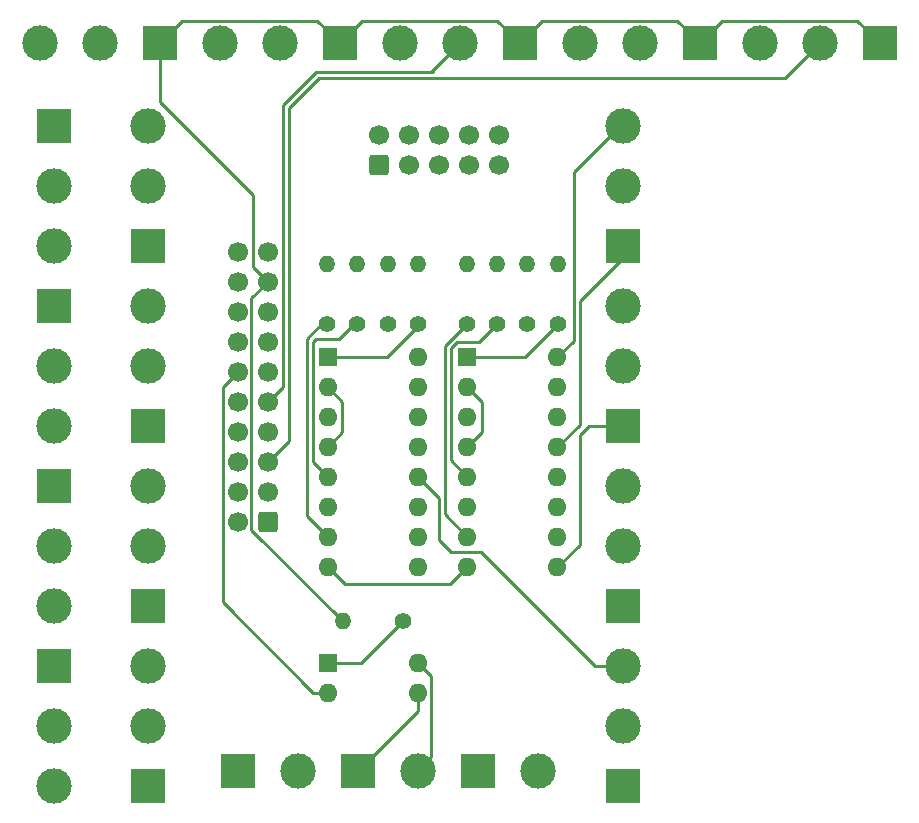
<source format=gbr>
%TF.GenerationSoftware,KiCad,Pcbnew,7.0.6-0*%
%TF.CreationDate,2023-07-29T14:48:15+08:00*%
%TF.ProjectId,Control Panel Motherboard,436f6e74-726f-46c2-9050-616e656c204d,0*%
%TF.SameCoordinates,Original*%
%TF.FileFunction,Copper,L2,Bot*%
%TF.FilePolarity,Positive*%
%FSLAX46Y46*%
G04 Gerber Fmt 4.6, Leading zero omitted, Abs format (unit mm)*
G04 Created by KiCad (PCBNEW 7.0.6-0) date 2023-07-29 14:48:15*
%MOMM*%
%LPD*%
G01*
G04 APERTURE LIST*
G04 Aperture macros list*
%AMRoundRect*
0 Rectangle with rounded corners*
0 $1 Rounding radius*
0 $2 $3 $4 $5 $6 $7 $8 $9 X,Y pos of 4 corners*
0 Add a 4 corners polygon primitive as box body*
4,1,4,$2,$3,$4,$5,$6,$7,$8,$9,$2,$3,0*
0 Add four circle primitives for the rounded corners*
1,1,$1+$1,$2,$3*
1,1,$1+$1,$4,$5*
1,1,$1+$1,$6,$7*
1,1,$1+$1,$8,$9*
0 Add four rect primitives between the rounded corners*
20,1,$1+$1,$2,$3,$4,$5,0*
20,1,$1+$1,$4,$5,$6,$7,0*
20,1,$1+$1,$6,$7,$8,$9,0*
20,1,$1+$1,$8,$9,$2,$3,0*%
G04 Aperture macros list end*
%TA.AperFunction,ComponentPad*%
%ADD10R,1.600000X1.600000*%
%TD*%
%TA.AperFunction,ComponentPad*%
%ADD11O,1.600000X1.600000*%
%TD*%
%TA.AperFunction,ComponentPad*%
%ADD12C,1.400000*%
%TD*%
%TA.AperFunction,ComponentPad*%
%ADD13O,1.400000X1.400000*%
%TD*%
%TA.AperFunction,ComponentPad*%
%ADD14R,3.000000X3.000000*%
%TD*%
%TA.AperFunction,ComponentPad*%
%ADD15C,3.000000*%
%TD*%
%TA.AperFunction,ComponentPad*%
%ADD16RoundRect,0.250000X0.600000X-0.600000X0.600000X0.600000X-0.600000X0.600000X-0.600000X-0.600000X0*%
%TD*%
%TA.AperFunction,ComponentPad*%
%ADD17C,1.700000*%
%TD*%
%TA.AperFunction,ComponentPad*%
%ADD18RoundRect,0.250000X0.600000X0.600000X-0.600000X0.600000X-0.600000X-0.600000X0.600000X-0.600000X0*%
%TD*%
%TA.AperFunction,Conductor*%
%ADD19C,0.250000*%
%TD*%
G04 APERTURE END LIST*
D10*
%TO.P,U4,1*%
%TO.N,Net-(R9-Pad1)*%
X28702000Y-56891000D03*
D11*
%TO.P,U4,2*%
%TO.N,/SW_T5*%
X28702000Y-59431000D03*
%TO.P,U4,3*%
%TO.N,Net-(J23-Pin_1)*%
X36322000Y-59431000D03*
%TO.P,U4,4*%
%TO.N,Net-(J23-Pin_2)*%
X36322000Y-56891000D03*
%TD*%
D12*
%TO.P,R9,1*%
%TO.N,Net-(R9-Pad1)*%
X35052000Y-53340000D03*
D13*
%TO.P,R9,2*%
%TO.N,/5V*%
X29972000Y-53340000D03*
%TD*%
D14*
%TO.P,J23,1,Pin_1*%
%TO.N,Net-(J23-Pin_1)*%
X31242000Y-66040000D03*
D15*
%TO.P,J23,2,Pin_2*%
%TO.N,Net-(J23-Pin_2)*%
X36322000Y-66040000D03*
%TD*%
D14*
%TO.P,J5,1,Pin_1*%
%TO.N,Net-(J23-Pin_1)*%
X21082000Y-66040000D03*
D15*
%TO.P,J5,2,Pin_2*%
%TO.N,Net-(J23-Pin_2)*%
X26162000Y-66040000D03*
%TD*%
D14*
%TO.P,J16,1,Pin_1*%
%TO.N,/5V*%
X75438000Y-4445000D03*
D15*
%TO.P,J16,2,Pin_2*%
%TO.N,/VR_1*%
X70358000Y-4445000D03*
%TO.P,J16,3,Pin_3*%
%TO.N,/GND*%
X65278000Y-4445000D03*
%TD*%
D12*
%TO.P,R8,1*%
%TO.N,Net-(R8-Pad1)*%
X28652000Y-28194000D03*
D13*
%TO.P,R8,2*%
%TO.N,Net-(D8-K)*%
X28652000Y-23114000D03*
%TD*%
D16*
%TO.P,J21,1,Pin_1*%
%TO.N,/GND2*%
X33020000Y-14732000D03*
D17*
%TO.P,J21,2,Pin_2*%
%TO.N,/3V3*%
X33020000Y-12192000D03*
%TO.P,J21,3,Pin_3*%
%TO.N,Net-(D8-A)*%
X35560000Y-14732000D03*
%TO.P,J21,4,Pin_4*%
%TO.N,Net-(D7-A)*%
X35560000Y-12192000D03*
%TO.P,J21,5,Pin_5*%
%TO.N,Net-(D6-A)*%
X38100000Y-14732000D03*
%TO.P,J21,6,Pin_6*%
%TO.N,Net-(D5-A)*%
X38100000Y-12192000D03*
%TO.P,J21,7,Pin_7*%
%TO.N,Net-(D4-A)*%
X40640000Y-14732000D03*
%TO.P,J21,8,Pin_8*%
%TO.N,Net-(D3-A)*%
X40640000Y-12192000D03*
%TO.P,J21,9,Pin_9*%
%TO.N,Net-(D2-A)*%
X43180000Y-14732000D03*
%TO.P,J21,10,Pin_10*%
%TO.N,Net-(D1-A)*%
X43180000Y-12192000D03*
%TD*%
D14*
%TO.P,J2,1,Pin_1*%
%TO.N,/GND*%
X5548858Y-26669234D03*
D15*
%TO.P,J2,2,Pin_2*%
X5548858Y-31749234D03*
%TO.P,J2,3,Pin_3*%
X5548858Y-36829234D03*
%TD*%
D14*
%TO.P,J8,1,Pin_1*%
%TO.N,/SW_R4*%
X13462000Y-52070000D03*
D15*
%TO.P,J8,2,Pin_2*%
%TO.N,/SW_R3*%
X13462000Y-46990000D03*
%TO.P,J8,3,Pin_3*%
%TO.N,/SW_R2*%
X13462000Y-41910000D03*
%TD*%
D12*
%TO.P,R2,1*%
%TO.N,Net-(R2-Pad1)*%
X45617332Y-28194000D03*
D13*
%TO.P,R2,2*%
%TO.N,Net-(D2-K)*%
X45617332Y-23114000D03*
%TD*%
D10*
%TO.P,U1,1*%
%TO.N,Net-(R1-Pad1)*%
X40534000Y-31003000D03*
D11*
%TO.P,U1,2*%
%TO.N,/GND2*%
X40534000Y-33543000D03*
%TO.P,U1,3*%
%TO.N,Net-(R2-Pad1)*%
X40534000Y-36083000D03*
%TO.P,U1,4*%
%TO.N,/GND2*%
X40534000Y-38623000D03*
%TO.P,U1,5*%
%TO.N,Net-(R3-Pad1)*%
X40534000Y-41163000D03*
%TO.P,U1,6*%
%TO.N,/GND2*%
X40534000Y-43703000D03*
%TO.P,U1,7*%
%TO.N,Net-(R4-Pad1)*%
X40534000Y-46243000D03*
%TO.P,U1,8*%
%TO.N,/GND2*%
X40534000Y-48783000D03*
%TO.P,U1,9*%
%TO.N,Net-(J18-Pin_1)*%
X48154000Y-48783000D03*
%TO.P,U1,10*%
%TO.N,Net-(J18-Pin_2)*%
X48154000Y-46243000D03*
%TO.P,U1,11*%
%TO.N,Net-(J18-Pin_1)*%
X48154000Y-43703000D03*
%TO.P,U1,12*%
%TO.N,Net-(J18-Pin_3)*%
X48154000Y-41163000D03*
%TO.P,U1,13*%
%TO.N,Net-(J17-Pin_1)*%
X48154000Y-38623000D03*
%TO.P,U1,14*%
%TO.N,Net-(J17-Pin_2)*%
X48154000Y-36083000D03*
%TO.P,U1,15*%
%TO.N,Net-(J17-Pin_1)*%
X48154000Y-33543000D03*
%TO.P,U1,16*%
%TO.N,Net-(J17-Pin_3)*%
X48154000Y-31003000D03*
%TD*%
D18*
%TO.P,J11,1,Pin_1*%
%TO.N,/SW_P2*%
X23622000Y-44958000D03*
D17*
%TO.P,J11,2,Pin_2*%
%TO.N,/SW_P1*%
X21082000Y-44958000D03*
%TO.P,J11,3,Pin_3*%
%TO.N,/SW_P3*%
X23622000Y-42418000D03*
%TO.P,J11,4,Pin_4*%
%TO.N,/SW_R4*%
X21082000Y-42418000D03*
%TO.P,J11,5,Pin_5*%
%TO.N,/VR_1*%
X23622000Y-39878000D03*
%TO.P,J11,6,Pin_6*%
%TO.N,/SW_R3*%
X21082000Y-39878000D03*
%TO.P,J11,7,Pin_7*%
%TO.N,/VR_2*%
X23622000Y-37338000D03*
%TO.P,J11,8,Pin_8*%
%TO.N,/SW_R2*%
X21082000Y-37338000D03*
%TO.P,J11,9,Pin_9*%
%TO.N,/VR_3*%
X23622000Y-34798000D03*
%TO.P,J11,10,Pin_10*%
%TO.N,/SW_R1*%
X21082000Y-34798000D03*
%TO.P,J11,11,Pin_11*%
%TO.N,/VR_4*%
X23622000Y-32258000D03*
%TO.P,J11,12,Pin_12*%
%TO.N,/SW_T5*%
X21082000Y-32258000D03*
%TO.P,J11,13,Pin_13*%
%TO.N,/VR_5*%
X23622000Y-29718000D03*
%TO.P,J11,14,Pin_14*%
%TO.N,/SW_T4*%
X21082000Y-29718000D03*
%TO.P,J11,15,Pin_15*%
%TO.N,unconnected-(J11-Pin_15-Pad15)*%
X23622000Y-27178000D03*
%TO.P,J11,16,Pin_16*%
%TO.N,/SW_T3*%
X21082000Y-27178000D03*
%TO.P,J11,17,Pin_17*%
%TO.N,/5V*%
X23622000Y-24638000D03*
%TO.P,J11,18,Pin_18*%
%TO.N,/SW_T2*%
X21082000Y-24638000D03*
%TO.P,J11,19,Pin_19*%
%TO.N,/GND*%
X23622000Y-22098000D03*
%TO.P,J11,20,Pin_20*%
%TO.N,/SW_T1*%
X21082000Y-22098000D03*
%TD*%
D14*
%TO.P,J9,1,Pin_1*%
%TO.N,/SW_P3*%
X13462000Y-67310000D03*
D15*
%TO.P,J9,2,Pin_2*%
%TO.N,/SW_P2*%
X13462000Y-62230000D03*
%TO.P,J9,3,Pin_3*%
%TO.N,/SW_P1*%
X13462000Y-57150000D03*
%TD*%
D14*
%TO.P,J7,1,Pin_1*%
%TO.N,/SW_R1*%
X13462000Y-36830000D03*
D15*
%TO.P,J7,2,Pin_2*%
%TO.N,/SW_T5*%
X13462000Y-31750000D03*
%TO.P,J7,3,Pin_3*%
%TO.N,/SW_T4*%
X13462000Y-26670000D03*
%TD*%
D14*
%TO.P,J1,1,Pin_1*%
%TO.N,/GND*%
X5548858Y-11429234D03*
D15*
%TO.P,J1,2,Pin_2*%
X5548858Y-16509234D03*
%TO.P,J1,3,Pin_3*%
X5548858Y-21589234D03*
%TD*%
D14*
%TO.P,J4,1,Pin_1*%
%TO.N,/GND*%
X5548858Y-57149234D03*
D15*
%TO.P,J4,2,Pin_2*%
X5548858Y-62229234D03*
%TO.P,J4,3,Pin_3*%
X5548858Y-67309234D03*
%TD*%
D12*
%TO.P,R4,1*%
%TO.N,Net-(R4-Pad1)*%
X40484000Y-28194000D03*
D13*
%TO.P,R4,2*%
%TO.N,Net-(D4-K)*%
X40484000Y-23114000D03*
%TD*%
D14*
%TO.P,J12,1,Pin_1*%
%TO.N,/5V*%
X14478000Y-4445000D03*
D15*
%TO.P,J12,2,Pin_2*%
%TO.N,/VR_5*%
X9398000Y-4445000D03*
%TO.P,J12,3,Pin_3*%
%TO.N,/GND*%
X4318000Y-4445000D03*
%TD*%
D14*
%TO.P,J15,1,Pin_1*%
%TO.N,/5V*%
X60198000Y-4445000D03*
D15*
%TO.P,J15,2,Pin_2*%
%TO.N,/VR_2*%
X55118000Y-4445000D03*
%TO.P,J15,3,Pin_3*%
%TO.N,/GND*%
X50038000Y-4445000D03*
%TD*%
D12*
%TO.P,R6,1*%
%TO.N,Net-(R6-Pad1)*%
X33785332Y-28194000D03*
D13*
%TO.P,R6,2*%
%TO.N,Net-(D6-K)*%
X33785332Y-23114000D03*
%TD*%
D14*
%TO.P,J17,1,Pin_1*%
%TO.N,Net-(J17-Pin_1)*%
X53732000Y-21590000D03*
D15*
%TO.P,J17,2,Pin_2*%
%TO.N,Net-(J17-Pin_2)*%
X53732000Y-16510000D03*
%TO.P,J17,3,Pin_3*%
%TO.N,Net-(J17-Pin_3)*%
X53732000Y-11430000D03*
%TD*%
D14*
%TO.P,J22,1,Pin_1*%
%TO.N,/3V3*%
X41402000Y-66040000D03*
D15*
%TO.P,J22,2,Pin_2*%
%TO.N,/GND2*%
X46482000Y-66040000D03*
%TD*%
D14*
%TO.P,J13,1,Pin_1*%
%TO.N,/5V*%
X29718000Y-4445000D03*
D15*
%TO.P,J13,2,Pin_2*%
%TO.N,/VR_4*%
X24638000Y-4445000D03*
%TO.P,J13,3,Pin_3*%
%TO.N,/GND*%
X19558000Y-4445000D03*
%TD*%
D12*
%TO.P,R5,1*%
%TO.N,Net-(R5-Pad1)*%
X36352000Y-28194000D03*
D13*
%TO.P,R5,2*%
%TO.N,Net-(D5-K)*%
X36352000Y-23114000D03*
%TD*%
D14*
%TO.P,J20,1,Pin_1*%
%TO.N,Net-(J20-Pin_1)*%
X53732000Y-67310000D03*
D15*
%TO.P,J20,2,Pin_2*%
%TO.N,Net-(J20-Pin_2)*%
X53732000Y-62230000D03*
%TO.P,J20,3,Pin_3*%
%TO.N,Net-(J20-Pin_3)*%
X53732000Y-57150000D03*
%TD*%
D10*
%TO.P,U2,1*%
%TO.N,Net-(R5-Pad1)*%
X28702000Y-31003000D03*
D11*
%TO.P,U2,2*%
%TO.N,/GND2*%
X28702000Y-33543000D03*
%TO.P,U2,3*%
%TO.N,Net-(R6-Pad1)*%
X28702000Y-36083000D03*
%TO.P,U2,4*%
%TO.N,/GND2*%
X28702000Y-38623000D03*
%TO.P,U2,5*%
%TO.N,Net-(R7-Pad1)*%
X28702000Y-41163000D03*
%TO.P,U2,6*%
%TO.N,/GND2*%
X28702000Y-43703000D03*
%TO.P,U2,7*%
%TO.N,Net-(R8-Pad1)*%
X28702000Y-46243000D03*
%TO.P,U2,8*%
%TO.N,/GND2*%
X28702000Y-48783000D03*
%TO.P,U2,9*%
%TO.N,Net-(J20-Pin_1)*%
X36322000Y-48783000D03*
%TO.P,U2,10*%
%TO.N,Net-(J20-Pin_2)*%
X36322000Y-46243000D03*
%TO.P,U2,11*%
%TO.N,Net-(J20-Pin_1)*%
X36322000Y-43703000D03*
%TO.P,U2,12*%
%TO.N,Net-(J20-Pin_3)*%
X36322000Y-41163000D03*
%TO.P,U2,13*%
%TO.N,Net-(J19-Pin_1)*%
X36322000Y-38623000D03*
%TO.P,U2,14*%
%TO.N,Net-(J19-Pin_2)*%
X36322000Y-36083000D03*
%TO.P,U2,15*%
%TO.N,Net-(J19-Pin_1)*%
X36322000Y-33543000D03*
%TO.P,U2,16*%
%TO.N,Net-(J19-Pin_3)*%
X36322000Y-31003000D03*
%TD*%
D12*
%TO.P,R7,1*%
%TO.N,Net-(R7-Pad1)*%
X31218666Y-28194000D03*
D13*
%TO.P,R7,2*%
%TO.N,Net-(D7-K)*%
X31218666Y-23114000D03*
%TD*%
D14*
%TO.P,J14,1,Pin_1*%
%TO.N,/5V*%
X44958000Y-4445000D03*
D15*
%TO.P,J14,2,Pin_2*%
%TO.N,/VR_3*%
X39878000Y-4445000D03*
%TO.P,J14,3,Pin_3*%
%TO.N,/GND*%
X34798000Y-4445000D03*
%TD*%
D14*
%TO.P,J3,1,Pin_1*%
%TO.N,/GND*%
X5548858Y-41909234D03*
D15*
%TO.P,J3,2,Pin_2*%
X5548858Y-46989234D03*
%TO.P,J3,3,Pin_3*%
X5548858Y-52069234D03*
%TD*%
D12*
%TO.P,R3,1*%
%TO.N,Net-(R3-Pad1)*%
X43050666Y-28194000D03*
D13*
%TO.P,R3,2*%
%TO.N,Net-(D3-K)*%
X43050666Y-23114000D03*
%TD*%
D14*
%TO.P,J19,1,Pin_1*%
%TO.N,Net-(J19-Pin_1)*%
X53732000Y-52070000D03*
D15*
%TO.P,J19,2,Pin_2*%
%TO.N,Net-(J19-Pin_2)*%
X53732000Y-46990000D03*
%TO.P,J19,3,Pin_3*%
%TO.N,Net-(J19-Pin_3)*%
X53732000Y-41910000D03*
%TD*%
D12*
%TO.P,R1,1*%
%TO.N,Net-(R1-Pad1)*%
X48184000Y-28194000D03*
D13*
%TO.P,R1,2*%
%TO.N,Net-(D1-K)*%
X48184000Y-23114000D03*
%TD*%
D14*
%TO.P,J18,1,Pin_1*%
%TO.N,Net-(J18-Pin_1)*%
X53732000Y-36830000D03*
D15*
%TO.P,J18,2,Pin_2*%
%TO.N,Net-(J18-Pin_2)*%
X53732000Y-31750000D03*
%TO.P,J18,3,Pin_3*%
%TO.N,Net-(J18-Pin_3)*%
X53732000Y-26670000D03*
%TD*%
D14*
%TO.P,J6,1,Pin_1*%
%TO.N,/SW_T3*%
X13462000Y-21590000D03*
D15*
%TO.P,J6,2,Pin_2*%
%TO.N,/SW_T2*%
X13462000Y-16510000D03*
%TO.P,J6,3,Pin_3*%
%TO.N,/SW_T1*%
X13462000Y-11430000D03*
%TD*%
D19*
%TO.N,Net-(J20-Pin_3)*%
X51308000Y-57150000D02*
X41656000Y-47498000D01*
%TO.N,Net-(J23-Pin_2)*%
X36322000Y-56891000D02*
X37447000Y-58016000D01*
X37447000Y-64915000D02*
X36322000Y-66040000D01*
X37447000Y-58016000D02*
X37447000Y-64915000D01*
%TO.N,Net-(J23-Pin_1)*%
X36322000Y-59431000D02*
X36322000Y-60960000D01*
X36322000Y-60960000D02*
X31242000Y-66040000D01*
%TO.N,/SW_T5*%
X28702000Y-59431000D02*
X27442000Y-59431000D01*
X27442000Y-59431000D02*
X19812000Y-51801000D01*
X19812000Y-51801000D02*
X19812000Y-33528000D01*
X19812000Y-33528000D02*
X21082000Y-32258000D01*
%TO.N,Net-(R9-Pad1)*%
X35052000Y-53340000D02*
X31501000Y-56891000D01*
X31501000Y-56891000D02*
X28702000Y-56891000D01*
%TO.N,/5V*%
X22257000Y-26003000D02*
X23622000Y-24638000D01*
X29972000Y-53340000D02*
X22257000Y-45625000D01*
X22257000Y-45625000D02*
X22257000Y-26003000D01*
%TO.N,/VR_1*%
X27940000Y-7366000D02*
X65864000Y-7366000D01*
X67437000Y-7366000D02*
X65864000Y-7366000D01*
X23622000Y-39878000D02*
X25400000Y-38100000D01*
X25400000Y-9906000D02*
X27940000Y-7366000D01*
X25400000Y-38100000D02*
X25400000Y-9906000D01*
X70358000Y-4445000D02*
X67437000Y-7366000D01*
%TO.N,/VR_3*%
X24892000Y-9652000D02*
X24892000Y-33528000D01*
X24892000Y-33528000D02*
X23622000Y-34798000D01*
X39878000Y-4445000D02*
X37465000Y-6858000D01*
X27686000Y-6858000D02*
X24892000Y-9652000D01*
X37592000Y-6858000D02*
X27686000Y-6858000D01*
%TO.N,/5V*%
X22352000Y-23368000D02*
X22352000Y-17272000D01*
X46863000Y-2540000D02*
X58293000Y-2540000D01*
X44958000Y-4445000D02*
X46863000Y-2540000D01*
X60198000Y-4445000D02*
X62103000Y-2540000D01*
X43053000Y-2540000D02*
X44958000Y-4445000D01*
X73533000Y-2540000D02*
X75438000Y-4445000D01*
X23622000Y-24638000D02*
X22352000Y-23368000D01*
X31623000Y-2540000D02*
X43053000Y-2540000D01*
X62103000Y-2540000D02*
X73533000Y-2540000D01*
X27813000Y-2540000D02*
X29718000Y-4445000D01*
X22352000Y-17272000D02*
X14478000Y-9398000D01*
X14478000Y-4445000D02*
X16383000Y-2540000D01*
X29718000Y-4445000D02*
X31623000Y-2540000D01*
X14478000Y-9398000D02*
X14478000Y-4445000D01*
X16383000Y-2540000D02*
X27813000Y-2540000D01*
X58293000Y-2540000D02*
X60198000Y-4445000D01*
%TO.N,Net-(J18-Pin_1)*%
X50038000Y-37592000D02*
X50800000Y-36830000D01*
X48154000Y-48783000D02*
X50038000Y-46899000D01*
X50038000Y-46899000D02*
X50038000Y-37592000D01*
X50800000Y-36830000D02*
X54748000Y-36830000D01*
%TO.N,Net-(J17-Pin_1)*%
X50038000Y-36739000D02*
X48154000Y-38623000D01*
X54748000Y-21590000D02*
X50038000Y-26300000D01*
X50038000Y-26300000D02*
X50038000Y-36739000D01*
%TO.N,Net-(J17-Pin_3)*%
X49530000Y-29627000D02*
X49530000Y-27686000D01*
X53732000Y-11430000D02*
X53478000Y-11430000D01*
X53478000Y-11430000D02*
X49530000Y-15378000D01*
X49530000Y-15378000D02*
X49530000Y-27686000D01*
X48154000Y-31003000D02*
X49530000Y-29627000D01*
%TO.N,/GND2*%
X28702000Y-38623000D02*
X29962000Y-37363000D01*
X40534000Y-33543000D02*
X41794000Y-34803000D01*
X29962000Y-34803000D02*
X28702000Y-33543000D01*
X41794000Y-34803000D02*
X41794000Y-37363000D01*
X41794000Y-37363000D02*
X40534000Y-38623000D01*
X29962000Y-37363000D02*
X29962000Y-34803000D01*
X40534000Y-48783000D02*
X39080399Y-50236601D01*
X39080399Y-50236601D02*
X30155601Y-50236601D01*
X30155601Y-50236601D02*
X28702000Y-48783000D01*
%TO.N,Net-(J20-Pin_3)*%
X41656000Y-47498000D02*
X39116000Y-47498000D01*
X38100000Y-46482000D02*
X38100000Y-42941000D01*
X39116000Y-47498000D02*
X38100000Y-46482000D01*
X53732000Y-57150000D02*
X51308000Y-57150000D01*
X36068000Y-41163000D02*
X36083000Y-41163000D01*
X38100000Y-42941000D02*
X36322000Y-41163000D01*
%TO.N,Net-(R1-Pad1)*%
X45375000Y-31003000D02*
X40534000Y-31003000D01*
X48184000Y-28194000D02*
X45375000Y-31003000D01*
X48139716Y-28194000D02*
X48139716Y-28198284D01*
%TO.N,Net-(R3-Pad1)*%
X39663000Y-29718000D02*
X39116000Y-30265000D01*
X39116000Y-39745000D02*
X40534000Y-41163000D01*
X43062572Y-28194000D02*
X41538572Y-29718000D01*
X41538572Y-29718000D02*
X39663000Y-29718000D01*
X39116000Y-30265000D02*
X39116000Y-39745000D01*
%TO.N,Net-(R4-Pad1)*%
X40534000Y-46243000D02*
X38608000Y-44317000D01*
X38608000Y-30110000D02*
X40524000Y-28194000D01*
X38608000Y-44317000D02*
X38608000Y-30110000D01*
%TO.N,Net-(R5-Pad1)*%
X36312000Y-28456000D02*
X33765000Y-31003000D01*
X33765000Y-31003000D02*
X28702000Y-31003000D01*
X36312000Y-28194000D02*
X36312000Y-28456000D01*
%TO.N,Net-(R7-Pad1)*%
X28702000Y-41163000D02*
X27432000Y-39893000D01*
X27737000Y-29464000D02*
X27432000Y-29769000D01*
X31232000Y-27940000D02*
X29708000Y-29464000D01*
X27432000Y-29769000D02*
X27432000Y-39624000D01*
X29708000Y-29464000D02*
X27737000Y-29464000D01*
X27432000Y-39893000D02*
X27432000Y-39624000D01*
%TO.N,Net-(R8-Pad1)*%
X28184000Y-28194000D02*
X26924000Y-29454000D01*
X26924000Y-44465000D02*
X28702000Y-46243000D01*
X28652000Y-28194000D02*
X28184000Y-28194000D01*
X26924000Y-29454000D02*
X26924000Y-44465000D01*
%TD*%
M02*

</source>
